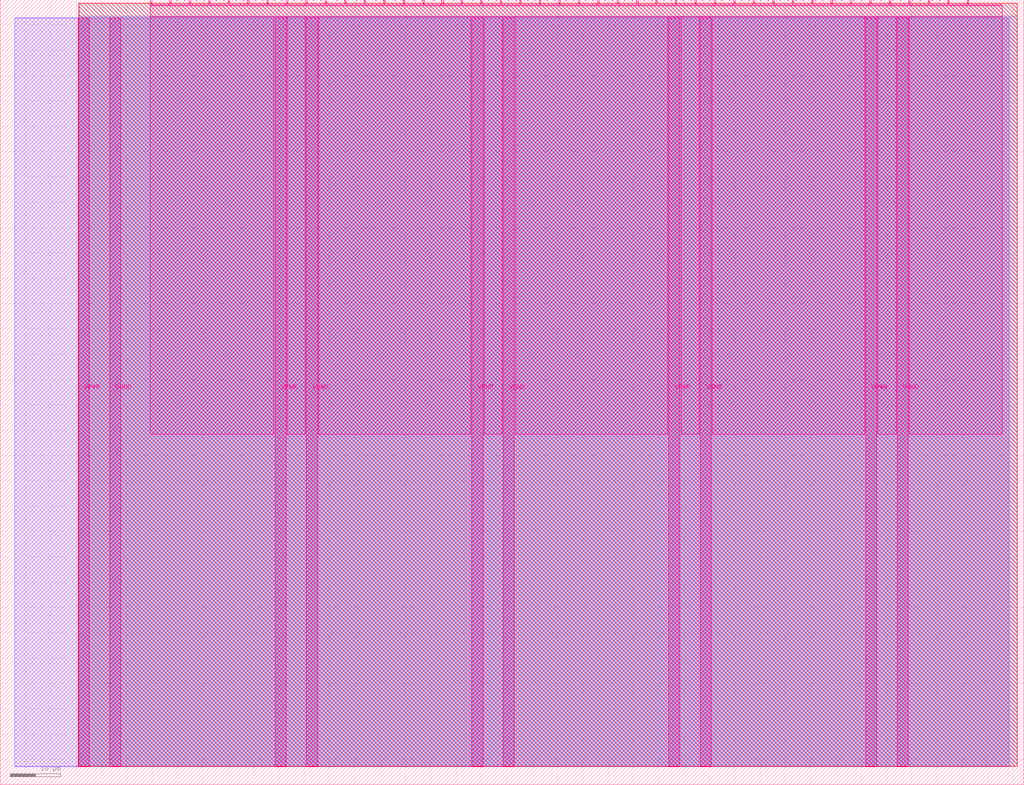
<source format=lef>
VERSION 5.7 ;
  NOWIREEXTENSIONATPIN ON ;
  DIVIDERCHAR "/" ;
  BUSBITCHARS "[]" ;
MACRO tt_um_tommythorn_workshop
  CLASS BLOCK ;
  FOREIGN tt_um_tommythorn_workshop ;
  ORIGIN 0.000 0.000 ;
  SIZE 202.080 BY 154.980 ;
  PIN VGND
    DIRECTION INOUT ;
    USE GROUND ;
    PORT
      LAYER Metal5 ;
        RECT 21.580 3.560 23.780 151.420 ;
    END
    PORT
      LAYER Metal5 ;
        RECT 60.450 3.560 62.650 151.420 ;
    END
    PORT
      LAYER Metal5 ;
        RECT 99.320 3.560 101.520 151.420 ;
    END
    PORT
      LAYER Metal5 ;
        RECT 138.190 3.560 140.390 151.420 ;
    END
    PORT
      LAYER Metal5 ;
        RECT 177.060 3.560 179.260 151.420 ;
    END
  END VGND
  PIN VPWR
    DIRECTION INOUT ;
    USE POWER ;
    PORT
      LAYER Metal5 ;
        RECT 15.380 3.560 17.580 151.420 ;
    END
    PORT
      LAYER Metal5 ;
        RECT 54.250 3.560 56.450 151.420 ;
    END
    PORT
      LAYER Metal5 ;
        RECT 93.120 3.560 95.320 151.420 ;
    END
    PORT
      LAYER Metal5 ;
        RECT 131.990 3.560 134.190 151.420 ;
    END
    PORT
      LAYER Metal5 ;
        RECT 170.860 3.560 173.060 151.420 ;
    END
  END VPWR
  PIN clk
    DIRECTION INPUT ;
    USE SIGNAL ;
    ANTENNAGATEAREA 0.213200 ;
    PORT
      LAYER Metal5 ;
        RECT 187.050 153.980 187.350 154.980 ;
    END
  END clk
  PIN ena
    DIRECTION INPUT ;
    USE SIGNAL ;
    PORT
      LAYER Metal5 ;
        RECT 190.890 153.980 191.190 154.980 ;
    END
  END ena
  PIN rst_n
    DIRECTION INPUT ;
    USE SIGNAL ;
    ANTENNAGATEAREA 0.180700 ;
    PORT
      LAYER Metal5 ;
        RECT 183.210 153.980 183.510 154.980 ;
    END
  END rst_n
  PIN ui_in[0]
    DIRECTION INPUT ;
    USE SIGNAL ;
    ANTENNAGATEAREA 0.213200 ;
    PORT
      LAYER Metal5 ;
        RECT 179.370 153.980 179.670 154.980 ;
    END
  END ui_in[0]
  PIN ui_in[1]
    DIRECTION INPUT ;
    USE SIGNAL ;
    ANTENNAGATEAREA 0.180700 ;
    PORT
      LAYER Metal5 ;
        RECT 175.530 153.980 175.830 154.980 ;
    END
  END ui_in[1]
  PIN ui_in[2]
    DIRECTION INPUT ;
    USE SIGNAL ;
    ANTENNAGATEAREA 0.180700 ;
    PORT
      LAYER Metal5 ;
        RECT 171.690 153.980 171.990 154.980 ;
    END
  END ui_in[2]
  PIN ui_in[3]
    DIRECTION INPUT ;
    USE SIGNAL ;
    ANTENNAGATEAREA 0.180700 ;
    PORT
      LAYER Metal5 ;
        RECT 167.850 153.980 168.150 154.980 ;
    END
  END ui_in[3]
  PIN ui_in[4]
    DIRECTION INPUT ;
    USE SIGNAL ;
    ANTENNAGATEAREA 0.180700 ;
    PORT
      LAYER Metal5 ;
        RECT 164.010 153.980 164.310 154.980 ;
    END
  END ui_in[4]
  PIN ui_in[5]
    DIRECTION INPUT ;
    USE SIGNAL ;
    ANTENNAGATEAREA 0.180700 ;
    PORT
      LAYER Metal5 ;
        RECT 160.170 153.980 160.470 154.980 ;
    END
  END ui_in[5]
  PIN ui_in[6]
    DIRECTION INPUT ;
    USE SIGNAL ;
    PORT
      LAYER Metal5 ;
        RECT 156.330 153.980 156.630 154.980 ;
    END
  END ui_in[6]
  PIN ui_in[7]
    DIRECTION INPUT ;
    USE SIGNAL ;
    PORT
      LAYER Metal5 ;
        RECT 152.490 153.980 152.790 154.980 ;
    END
  END ui_in[7]
  PIN uio_in[0]
    DIRECTION INPUT ;
    USE SIGNAL ;
    ANTENNAGATEAREA 0.180700 ;
    PORT
      LAYER Metal5 ;
        RECT 148.650 153.980 148.950 154.980 ;
    END
  END uio_in[0]
  PIN uio_in[1]
    DIRECTION INPUT ;
    USE SIGNAL ;
    ANTENNAGATEAREA 0.180700 ;
    PORT
      LAYER Metal5 ;
        RECT 144.810 153.980 145.110 154.980 ;
    END
  END uio_in[1]
  PIN uio_in[2]
    DIRECTION INPUT ;
    USE SIGNAL ;
    ANTENNAGATEAREA 0.180700 ;
    PORT
      LAYER Metal5 ;
        RECT 140.970 153.980 141.270 154.980 ;
    END
  END uio_in[2]
  PIN uio_in[3]
    DIRECTION INPUT ;
    USE SIGNAL ;
    ANTENNAGATEAREA 0.180700 ;
    PORT
      LAYER Metal5 ;
        RECT 137.130 153.980 137.430 154.980 ;
    END
  END uio_in[3]
  PIN uio_in[4]
    DIRECTION INPUT ;
    USE SIGNAL ;
    ANTENNAGATEAREA 0.180700 ;
    PORT
      LAYER Metal5 ;
        RECT 133.290 153.980 133.590 154.980 ;
    END
  END uio_in[4]
  PIN uio_in[5]
    DIRECTION INPUT ;
    USE SIGNAL ;
    ANTENNAGATEAREA 0.180700 ;
    PORT
      LAYER Metal5 ;
        RECT 129.450 153.980 129.750 154.980 ;
    END
  END uio_in[5]
  PIN uio_in[6]
    DIRECTION INPUT ;
    USE SIGNAL ;
    PORT
      LAYER Metal5 ;
        RECT 125.610 153.980 125.910 154.980 ;
    END
  END uio_in[6]
  PIN uio_in[7]
    DIRECTION INPUT ;
    USE SIGNAL ;
    PORT
      LAYER Metal5 ;
        RECT 121.770 153.980 122.070 154.980 ;
    END
  END uio_in[7]
  PIN uio_oe[0]
    DIRECTION OUTPUT ;
    USE SIGNAL ;
    ANTENNADIFFAREA 0.299200 ;
    PORT
      LAYER Metal5 ;
        RECT 56.490 153.980 56.790 154.980 ;
    END
  END uio_oe[0]
  PIN uio_oe[1]
    DIRECTION OUTPUT ;
    USE SIGNAL ;
    ANTENNADIFFAREA 0.299200 ;
    PORT
      LAYER Metal5 ;
        RECT 52.650 153.980 52.950 154.980 ;
    END
  END uio_oe[1]
  PIN uio_oe[2]
    DIRECTION OUTPUT ;
    USE SIGNAL ;
    ANTENNADIFFAREA 0.299200 ;
    PORT
      LAYER Metal5 ;
        RECT 48.810 153.980 49.110 154.980 ;
    END
  END uio_oe[2]
  PIN uio_oe[3]
    DIRECTION OUTPUT ;
    USE SIGNAL ;
    ANTENNADIFFAREA 0.299200 ;
    PORT
      LAYER Metal5 ;
        RECT 44.970 153.980 45.270 154.980 ;
    END
  END uio_oe[3]
  PIN uio_oe[4]
    DIRECTION OUTPUT ;
    USE SIGNAL ;
    ANTENNADIFFAREA 0.299200 ;
    PORT
      LAYER Metal5 ;
        RECT 41.130 153.980 41.430 154.980 ;
    END
  END uio_oe[4]
  PIN uio_oe[5]
    DIRECTION OUTPUT ;
    USE SIGNAL ;
    ANTENNADIFFAREA 0.299200 ;
    PORT
      LAYER Metal5 ;
        RECT 37.290 153.980 37.590 154.980 ;
    END
  END uio_oe[5]
  PIN uio_oe[6]
    DIRECTION OUTPUT ;
    USE SIGNAL ;
    ANTENNADIFFAREA 0.299200 ;
    PORT
      LAYER Metal5 ;
        RECT 33.450 153.980 33.750 154.980 ;
    END
  END uio_oe[6]
  PIN uio_oe[7]
    DIRECTION OUTPUT ;
    USE SIGNAL ;
    ANTENNADIFFAREA 0.299200 ;
    PORT
      LAYER Metal5 ;
        RECT 29.610 153.980 29.910 154.980 ;
    END
  END uio_oe[7]
  PIN uio_out[0]
    DIRECTION OUTPUT ;
    USE SIGNAL ;
    ANTENNADIFFAREA 0.299200 ;
    PORT
      LAYER Metal5 ;
        RECT 87.210 153.980 87.510 154.980 ;
    END
  END uio_out[0]
  PIN uio_out[1]
    DIRECTION OUTPUT ;
    USE SIGNAL ;
    ANTENNADIFFAREA 0.299200 ;
    PORT
      LAYER Metal5 ;
        RECT 83.370 153.980 83.670 154.980 ;
    END
  END uio_out[1]
  PIN uio_out[2]
    DIRECTION OUTPUT ;
    USE SIGNAL ;
    ANTENNADIFFAREA 0.299200 ;
    PORT
      LAYER Metal5 ;
        RECT 79.530 153.980 79.830 154.980 ;
    END
  END uio_out[2]
  PIN uio_out[3]
    DIRECTION OUTPUT ;
    USE SIGNAL ;
    ANTENNADIFFAREA 0.299200 ;
    PORT
      LAYER Metal5 ;
        RECT 75.690 153.980 75.990 154.980 ;
    END
  END uio_out[3]
  PIN uio_out[4]
    DIRECTION OUTPUT ;
    USE SIGNAL ;
    ANTENNADIFFAREA 0.299200 ;
    PORT
      LAYER Metal5 ;
        RECT 71.850 153.980 72.150 154.980 ;
    END
  END uio_out[4]
  PIN uio_out[5]
    DIRECTION OUTPUT ;
    USE SIGNAL ;
    ANTENNADIFFAREA 0.299200 ;
    PORT
      LAYER Metal5 ;
        RECT 68.010 153.980 68.310 154.980 ;
    END
  END uio_out[5]
  PIN uio_out[6]
    DIRECTION OUTPUT ;
    USE SIGNAL ;
    ANTENNADIFFAREA 0.299200 ;
    PORT
      LAYER Metal5 ;
        RECT 64.170 153.980 64.470 154.980 ;
    END
  END uio_out[6]
  PIN uio_out[7]
    DIRECTION OUTPUT ;
    USE SIGNAL ;
    ANTENNADIFFAREA 0.299200 ;
    PORT
      LAYER Metal5 ;
        RECT 60.330 153.980 60.630 154.980 ;
    END
  END uio_out[7]
  PIN uo_out[0]
    DIRECTION OUTPUT ;
    USE SIGNAL ;
    ANTENNADIFFAREA 0.654800 ;
    PORT
      LAYER Metal5 ;
        RECT 117.930 153.980 118.230 154.980 ;
    END
  END uo_out[0]
  PIN uo_out[1]
    DIRECTION OUTPUT ;
    USE SIGNAL ;
    ANTENNADIFFAREA 0.654800 ;
    PORT
      LAYER Metal5 ;
        RECT 114.090 153.980 114.390 154.980 ;
    END
  END uo_out[1]
  PIN uo_out[2]
    DIRECTION OUTPUT ;
    USE SIGNAL ;
    ANTENNADIFFAREA 0.706400 ;
    PORT
      LAYER Metal5 ;
        RECT 110.250 153.980 110.550 154.980 ;
    END
  END uo_out[2]
  PIN uo_out[3]
    DIRECTION OUTPUT ;
    USE SIGNAL ;
    ANTENNADIFFAREA 0.733200 ;
    PORT
      LAYER Metal5 ;
        RECT 106.410 153.980 106.710 154.980 ;
    END
  END uo_out[3]
  PIN uo_out[4]
    DIRECTION OUTPUT ;
    USE SIGNAL ;
    ANTENNADIFFAREA 0.706400 ;
    PORT
      LAYER Metal5 ;
        RECT 102.570 153.980 102.870 154.980 ;
    END
  END uo_out[4]
  PIN uo_out[5]
    DIRECTION OUTPUT ;
    USE SIGNAL ;
    ANTENNADIFFAREA 0.733200 ;
    PORT
      LAYER Metal5 ;
        RECT 98.730 153.980 99.030 154.980 ;
    END
  END uo_out[5]
  PIN uo_out[6]
    DIRECTION OUTPUT ;
    USE SIGNAL ;
    ANTENNADIFFAREA 0.733200 ;
    PORT
      LAYER Metal5 ;
        RECT 94.890 153.980 95.190 154.980 ;
    END
  END uo_out[6]
  PIN uo_out[7]
    DIRECTION OUTPUT ;
    USE SIGNAL ;
    ANTENNADIFFAREA 0.733200 ;
    PORT
      LAYER Metal5 ;
        RECT 91.050 153.980 91.350 154.980 ;
    END
  END uo_out[7]
  OBS
      LAYER GatPoly ;
        RECT 2.880 3.630 199.200 151.350 ;
      LAYER Metal1 ;
        RECT 2.880 3.560 199.200 151.420 ;
      LAYER Metal2 ;
        RECT 15.515 3.680 200.785 151.720 ;
      LAYER Metal3 ;
        RECT 15.560 3.635 200.740 154.285 ;
      LAYER Metal4 ;
        RECT 15.515 3.680 200.785 154.240 ;
      LAYER Metal5 ;
        RECT 30.120 153.770 33.240 153.980 ;
        RECT 33.960 153.770 37.080 153.980 ;
        RECT 37.800 153.770 40.920 153.980 ;
        RECT 41.640 153.770 44.760 153.980 ;
        RECT 45.480 153.770 48.600 153.980 ;
        RECT 49.320 153.770 52.440 153.980 ;
        RECT 53.160 153.770 56.280 153.980 ;
        RECT 57.000 153.770 60.120 153.980 ;
        RECT 60.840 153.770 63.960 153.980 ;
        RECT 64.680 153.770 67.800 153.980 ;
        RECT 68.520 153.770 71.640 153.980 ;
        RECT 72.360 153.770 75.480 153.980 ;
        RECT 76.200 153.770 79.320 153.980 ;
        RECT 80.040 153.770 83.160 153.980 ;
        RECT 83.880 153.770 87.000 153.980 ;
        RECT 87.720 153.770 90.840 153.980 ;
        RECT 91.560 153.770 94.680 153.980 ;
        RECT 95.400 153.770 98.520 153.980 ;
        RECT 99.240 153.770 102.360 153.980 ;
        RECT 103.080 153.770 106.200 153.980 ;
        RECT 106.920 153.770 110.040 153.980 ;
        RECT 110.760 153.770 113.880 153.980 ;
        RECT 114.600 153.770 117.720 153.980 ;
        RECT 118.440 153.770 121.560 153.980 ;
        RECT 122.280 153.770 125.400 153.980 ;
        RECT 126.120 153.770 129.240 153.980 ;
        RECT 129.960 153.770 133.080 153.980 ;
        RECT 133.800 153.770 136.920 153.980 ;
        RECT 137.640 153.770 140.760 153.980 ;
        RECT 141.480 153.770 144.600 153.980 ;
        RECT 145.320 153.770 148.440 153.980 ;
        RECT 149.160 153.770 152.280 153.980 ;
        RECT 153.000 153.770 156.120 153.980 ;
        RECT 156.840 153.770 159.960 153.980 ;
        RECT 160.680 153.770 163.800 153.980 ;
        RECT 164.520 153.770 167.640 153.980 ;
        RECT 168.360 153.770 171.480 153.980 ;
        RECT 172.200 153.770 175.320 153.980 ;
        RECT 176.040 153.770 179.160 153.980 ;
        RECT 179.880 153.770 183.000 153.980 ;
        RECT 183.720 153.770 186.840 153.980 ;
        RECT 187.560 153.770 190.680 153.980 ;
        RECT 191.400 153.770 197.860 153.980 ;
        RECT 29.660 151.630 197.860 153.770 ;
        RECT 29.660 69.155 54.040 151.630 ;
        RECT 56.660 69.155 60.240 151.630 ;
        RECT 62.860 69.155 92.910 151.630 ;
        RECT 95.530 69.155 99.110 151.630 ;
        RECT 101.730 69.155 131.780 151.630 ;
        RECT 134.400 69.155 137.980 151.630 ;
        RECT 140.600 69.155 170.650 151.630 ;
        RECT 173.270 69.155 176.850 151.630 ;
        RECT 179.470 69.155 197.860 151.630 ;
  END
END tt_um_tommythorn_workshop
END LIBRARY


</source>
